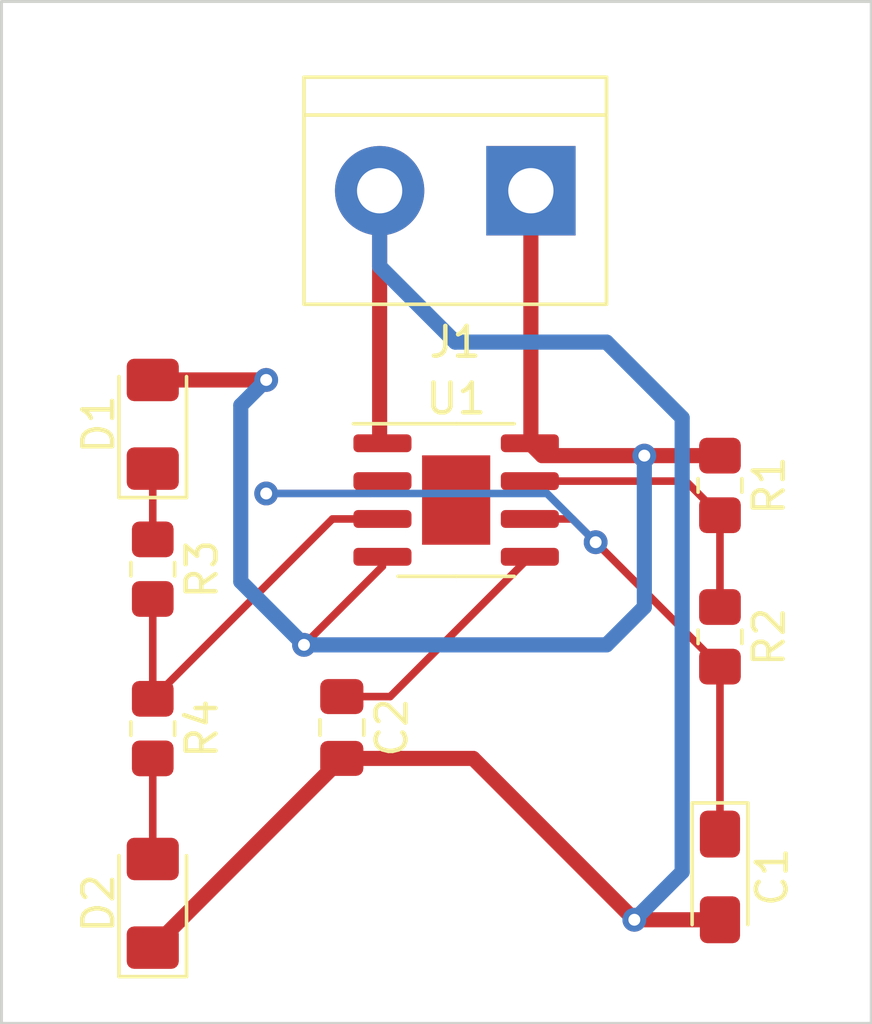
<source format=kicad_pcb>
(kicad_pcb (version 20211014) (generator pcbnew)
  (layers (0 "F.Cu" signal) (31 "B.Cu" signal) (34 "B.Paste" user) (35 "F.Paste" user) (36 "B.SilkS" user "B.Silkscreen") (37 "F.SilkS" user "F.Silkscreen") (38 "B.Mask" user) (39 "F.Mask" user) (44 "Edge.Cuts" user))
  (net 0 "")
  (net 1 "/pin_2")
  (net 2 "GND")
  (net 3 "Net-(C2-Pad1)")
  (net 4 "Net-(D1-Pad1)")
  (net 5 "+9V")
  (net 6 "Net-(D2-Pad2)")
  (net 7 "Net-(R1-Pad2)")
  (net 8 "/pin_3")
  (footprint "Resistor_SMD:R_0805_2012Metric_Pad1.20x1.40mm_HandSolder" (layer "F.Cu") (at 163.83 91.17 -90)
    (fp_text reference "R1" (at 0 -1.65 90) (layer "F.SilkS"))
    (fp_text value "1k")
    (fp_line (start -0.227064 0.735) (end 0.227064 0.735) (layer "F.SilkS") (width 0.12))
    (fp_line (start -0.227064 -0.735) (end 0.227064 -0.735) (layer "F.SilkS") (width 0.12))
    (pad "1" smd roundrect (at -1 0 270) (size 1.2 1.4) (layers "F.Cu" "F.Paste" "F.Mask") (roundrect_rratio 0.2083333333) (net 5 "+9V"))
    (pad "2" smd roundrect (at 1 0 270) (size 1.2 1.4) (layers "F.Cu" "F.Paste" "F.Mask") (roundrect_rratio 0.2083333333) (net 7 "Net-(R1-Pad2)"))
  )
  (footprint "Resistor_SMD:R_0805_2012Metric_Pad1.20x1.40mm_HandSolder" (layer "F.Cu") (at 144.78 93.98 -90)
    (fp_text reference "R3" (at 0 -1.65 -270) (layer "F.SilkS"))
    (fp_text value "1k")
    (fp_line (start -0.227064 -0.735) (end 0.227064 -0.735) (layer "F.SilkS") (width 0.12))
    (fp_line (start -0.227064 0.735) (end 0.227064 0.735) (layer "F.SilkS") (width 0.12))
    (pad "1" smd roundrect (at -1 0 270) (size 1.2 1.4) (layers "F.Cu" "F.Paste" "F.Mask") (roundrect_rratio 0.2083333333) (net 4 "Net-(D1-Pad1)"))
    (pad "2" smd roundrect (at 1 0 270) (size 1.2 1.4) (layers "F.Cu" "F.Paste" "F.Mask") (roundrect_rratio 0.2083333333) (net 8 "/pin_3"))
  )
  (footprint "TerminalBlock:TerminalBlock_bornier-2_P5.08mm" (layer "F.Cu") (at 157.48 81.28 180)
    (fp_text reference "J1" (at 2.54 -5.08) (layer "F.SilkS"))
    (fp_text value "+9V")
    (fp_line (start -2.54 3.81) (end 7.62 3.81) (layer "F.SilkS") (width 0.12))
    (fp_line (start 7.62 3.81) (end 7.62 -3.81) (layer "F.SilkS") (width 0.12))
    (fp_line (start 7.62 -3.81) (end -2.54 -3.81) (layer "F.SilkS") (width 0.12))
    (fp_line (start 7.62 2.54) (end -2.54 2.54) (layer "F.SilkS") (width 0.12))
    (fp_line (start -2.54 -3.81) (end -2.54 3.81) (layer "F.SilkS") (width 0.12))
    (pad "1" thru_hole rect (at 0 0 180) (size 3 3) (drill 1.52) (layers *.Cu *.Mask) (net 5 "+9V"))
    (pad "2" thru_hole circle (at 5.08 0 180) (size 3 3) (drill 1.52) (layers *.Cu *.Mask) (net 2 "GND"))
  )
  (footprint "Package_SO:SOIC-8-1EP_3.9x4.9mm_P1.27mm_EP2.29x3mm" (layer "F.Cu") (at 154.97 91.66)
    (fp_text reference "U1" (at 0 -3.4) (layer "F.SilkS"))
    (fp_text value "NE555D")
    (fp_line (start 0 2.56) (end -1.95 2.56) (layer "F.SilkS") (width 0.12))
    (fp_line (start 0 -2.56) (end 1.95 -2.56) (layer "F.SilkS") (width 0.12))
    (fp_line (start 0 -2.56) (end -3.45 -2.56) (layer "F.SilkS") (width 0.12))
    (fp_line (start 0 2.56) (end 1.95 2.56) (layer "F.SilkS") (width 0.12))
    (pad "1" smd roundrect (at -2.475 -1.905) (size 1.95 0.6) (layers "F.Cu" "F.Paste" "F.Mask") (net 2 "GND"))
    (pad "2" smd roundrect (at -2.475 -0.635) (size 1.95 0.6) (layers "F.Cu" "F.Paste" "F.Mask") (net 1 "/pin_2"))
    (pad "3" smd roundrect (at -2.475 0.635) (size 1.95 0.6) (layers "F.Cu" "F.Paste" "F.Mask") (net 8 "/pin_3"))
    (pad "4" smd roundrect (at -2.475 1.905) (size 1.95 0.6) (layers "F.Cu" "F.Paste" "F.Mask") (net 5 "+9V"))
    (pad "5" smd roundrect (at 2.475 1.905) (size 1.95 0.6) (layers "F.Cu" "F.Paste" "F.Mask") (net 3 "Net-(C2-Pad1)"))
    (pad "6" smd roundrect (at 2.475 0.635) (size 1.95 0.6) (layers "F.Cu" "F.Paste" "F.Mask") (net 1 "/pin_2"))
    (pad "7" smd roundrect (at 2.475 -0.635) (size 1.95 0.6) (layers "F.Cu" "F.Paste" "F.Mask") (net 7 "Net-(R1-Pad2)"))
    (pad "8" smd roundrect (at 2.475 -1.905) (size 1.95 0.6) (layers "F.Cu" "F.Paste" "F.Mask") (net 5 "+9V"))
    (pad "9" smd rect (at 0 0) (size 2.29 3) (layers "F.Cu" "F.Mask"))
  )
  (footprint "LED_SMD:LED_1206_3216Metric_Pad1.42x1.75mm_HandSolder" (layer "F.Cu") (at 144.78 89.1175 90)
    (fp_text reference "D1" (at 0 -1.82 90) (layer "F.SilkS"))
    (fp_text value "LED")
    (fp_line (start 1.6 -1.135) (end -2.46 -1.135) (layer "F.SilkS") (width 0.12))
    (fp_line (start -2.46 -1.135) (end -2.46 1.135) (layer "F.SilkS") (width 0.12))
    (fp_line (start -2.46 1.135) (end 1.6 1.135) (layer "F.SilkS") (width 0.12))
    (pad "1" smd roundrect (at -1.4875 0 90) (size 1.425 1.75) (layers "F.Cu" "F.Paste" "F.Mask") (roundrect_rratio 0.1754392982) (net 4 "Net-(D1-Pad1)"))
    (pad "2" smd roundrect (at 1.4875 0 90) (size 1.425 1.75) (layers "F.Cu" "F.Paste" "F.Mask") (roundrect_rratio 0.1754392982) (net 5 "+9V"))
  )
  (footprint "Resistor_SMD:R_0805_2012Metric_Pad1.20x1.40mm_HandSolder" (layer "F.Cu") (at 163.83 96.25 -90)
    (fp_text reference "R2" (at 0 -1.65 90) (layer "F.SilkS"))
    (fp_text value "10k")
    (fp_line (start -0.227064 0.735) (end 0.227064 0.735) (layer "F.SilkS") (width 0.12))
    (fp_line (start -0.227064 -0.735) (end 0.227064 -0.735) (layer "F.SilkS") (width 0.12))
    (pad "1" smd roundrect (at -1 0 270) (size 1.2 1.4) (layers "F.Cu" "F.Paste" "F.Mask") (roundrect_rratio 0.2083333333) (net 7 "Net-(R1-Pad2)"))
    (pad "2" smd roundrect (at 1 0 270) (size 1.2 1.4) (layers "F.Cu" "F.Paste" "F.Mask") (roundrect_rratio 0.2083333333) (net 1 "/pin_2"))
  )
  (footprint "Capacitor_Tantalum_SMD:CP_EIA-3216-18_Kemet-A_Pad1.58x1.35mm_HandSolder" (layer "F.Cu") (at 163.83 104.3075 -90)
    (fp_text reference "C1" (at 0 -1.75 90) (layer "F.SilkS"))
    (fp_text value "10uF")
    (fp_line (start -2.485 -0.935) (end -2.485 0.935) (layer "F.SilkS") (width 0.12))
    (fp_line (start 1.6 -0.935) (end -2.485 -0.935) (layer "F.SilkS") (width 0.12))
    (fp_line (start -2.485 0.935) (end 1.6 0.935) (layer "F.SilkS") (width 0.12))
    (pad "1" smd roundrect (at -1.4375 0 270) (size 1.575 1.35) (layers "F.Cu" "F.Paste" "F.Mask") (roundrect_rratio 0.1851851852) (net 1 "/pin_2"))
    (pad "2" smd roundrect (at 1.4375 0 270) (size 1.575 1.35) (layers "F.Cu" "F.Paste" "F.Mask") (roundrect_rratio 0.1851851852) (net 2 "GND"))
  )
  (footprint "LED_SMD:LED_1206_3216Metric_Pad1.42x1.75mm_HandSolder" (layer "F.Cu") (at 144.78 105.1925 90)
    (fp_text reference "D2" (at 0 -1.82 90) (layer "F.SilkS"))
    (fp_text value "LED")
    (fp_line (start -2.46 1.135) (end 1.6 1.135) (layer "F.SilkS") (width 0.12))
    (fp_line (start 1.6 -1.135) (end -2.46 -1.135) (layer "F.SilkS") (width 0.12))
    (fp_line (start -2.46 -1.135) (end -2.46 1.135) (layer "F.SilkS") (width 0.12))
    (pad "1" smd roundrect (at -1.4875 0 90) (size 1.425 1.75) (layers "F.Cu" "F.Paste" "F.Mask") (roundrect_rratio 0.1754392982) (net 2 "GND"))
    (pad "2" smd roundrect (at 1.4875 0 90) (size 1.425 1.75) (layers "F.Cu" "F.Paste" "F.Mask") (roundrect_rratio 0.1754392982) (net 6 "Net-(D2-Pad2)"))
  )
  (footprint "Resistor_SMD:R_0805_2012Metric_Pad1.20x1.40mm_HandSolder" (layer "F.Cu") (at 144.78 99.33 -90)
    (fp_text reference "R4" (at 0 -1.65 90) (layer "F.SilkS"))
    (fp_text value "1k")
    (fp_line (start -0.227064 -0.735) (end 0.227064 -0.735) (layer "F.SilkS") (width 0.12))
    (fp_line (start -0.227064 0.735) (end 0.227064 0.735) (layer "F.SilkS") (width 0.12))
    (pad "1" smd roundrect (at -1 0 270) (size 1.2 1.4) (layers "F.Cu" "F.Paste" "F.Mask") (roundrect_rratio 0.2083333333) (net 8 "/pin_3"))
    (pad "2" smd roundrect (at 1 0 270) (size 1.2 1.4) (layers "F.Cu" "F.Paste" "F.Mask") (roundrect_rratio 0.2083333333) (net 6 "Net-(D2-Pad2)"))
  )
  (footprint "Capacitor_SMD:C_0805_2012Metric_Pad1.18x1.45mm_HandSolder" (layer "F.Cu") (at 151.13 99.2925 -90)
    (fp_text reference "C2" (at 0 -1.68 90) (layer "F.SilkS"))
    (fp_text value "0.01 uF")
    (fp_line (start -0.261252 -0.735) (end 0.261252 -0.735) (layer "F.SilkS") (width 0.12))
    (fp_line (start -0.261252 0.735) (end 0.261252 0.735) (layer "F.SilkS") (width 0.12))
    (pad "1" smd roundrect (at -1.0375 0 270) (size 1.175 1.45) (layers "F.Cu" "F.Paste" "F.Mask") (roundrect_rratio 0.2127659574) (net 3 "Net-(C2-Pad1)"))
    (pad "2" smd roundrect (at 1.0375 0 270) (size 1.175 1.45) (layers "F.Cu" "F.Paste" "F.Mask") (roundrect_rratio 0.2127659574) (net 2 "GND"))
  )
  (gr_rect (start 139.7 74.93) (end 168.91 109.22) (layer "Edge.Cuts") (width 0.1) (fill none))
  (segment (start 152.08 91.44) (end 152.495 91.025) (width 0.254) (layer "F.Cu") (net 1))
  (segment (start 148.59 91.44) (end 152.08 91.44) (width 0.254) (layer "F.Cu") (net 1))
  (segment (start 158.875 92.295) (end 157.445 92.295) (width 0.254) (layer "F.Cu") (net 1))
  (segment (start 160.925 94.345) (end 159.655 93.075) (width 0.254) (layer "F.Cu") (net 1))
  (segment (start 163.83 97.25) (end 163.83 102.87) (width 0.254) (layer "F.Cu") (net 1))
  (segment (start 163.83 97.25) (end 160.925 94.345) (width 0.254) (layer "F.Cu") (net 1))
  (segment (start 159.655 93.075) (end 158.875 92.295) (width 0.254) (layer "F.Cu") (net 1))
  (via (at 148.59 91.44) (size 0.8) (drill 0.4) (layers "F.Cu" "B.Cu") (net 1))
  (via (at 159.655 93.075) (size 0.8) (drill 0.4) (layers "F.Cu" "B.Cu") (net 1))
  (segment (start 159.655 93.075) (end 158.02 91.44) (width 0.254) (layer "B.Cu") (net 1))
  (segment (start 158.02 91.44) (end 148.59 91.44) (width 0.254) (layer "B.Cu") (net 1))
  (segment (start 151.13 100.33) (end 155.54 100.33) (width 0.508) (layer "F.Cu") (net 2))
  (segment (start 151.13 100.33) (end 144.78 106.68) (width 0.508) (layer "F.Cu") (net 2))
  (segment (start 155.54 100.33) (end 160.955 105.745) (width 0.508) (layer "F.Cu") (net 2))
  (segment (start 152.4 89.66) (end 152.4 81.28) (width 0.508) (layer "F.Cu") (net 2))
  (segment (start 152.495 89.755) (end 152.4 89.66) (width 0.508) (layer "F.Cu") (net 2))
  (segment (start 163.83 105.745) (end 160.955 105.745) (width 0.508) (layer "F.Cu") (net 2))
  (via (at 160.955 105.745) (size 0.8) (drill 0.4) (layers "F.Cu" "B.Cu") (net 2))
  (segment (start 162.56 104.14) (end 160.955 105.745) (width 0.508) (layer "B.Cu") (net 2))
  (segment (start 152.4 81.28) (end 152.4 83.82) (width 0.508) (layer "B.Cu") (net 2))
  (segment (start 152.4 83.82) (end 154.94 86.36) (width 0.508) (layer "B.Cu") (net 2))
  (segment (start 154.94 86.36) (end 160.02 86.36) (width 0.508) (layer "B.Cu") (net 2))
  (segment (start 160.02 86.36) (end 162.56 88.9) (width 0.508) (layer "B.Cu") (net 2))
  (segment (start 162.56 88.9) (end 162.56 104.14) (width 0.508) (layer "B.Cu") (net 2))
  (segment (start 151.13 98.255) (end 152.755 98.255) (width 0.254) (layer "F.Cu") (net 3))
  (segment (start 152.755 98.255) (end 157.445 93.565) (width 0.254) (layer "F.Cu") (net 3))
  (segment (start 144.78 92.98) (end 144.78 90.605) (width 0.254) (layer "F.Cu") (net 4))
  (segment (start 161.29 90.17) (end 157.86 90.17) (width 0.508) (layer "F.Cu") (net 5))
  (segment (start 152.495 93.565) (end 152.495 93.885) (width 0.254) (layer "F.Cu") (net 5))
  (segment (start 148.59 87.63) (end 144.78 87.63) (width 0.508) (layer "F.Cu") (net 5))
  (segment (start 161.29 90.17) (end 163.83 90.17) (width 0.508) (layer "F.Cu") (net 5))
  (segment (start 157.48 81.28) (end 157.48 89.72) (width 0.508) (layer "F.Cu") (net 5))
  (segment (start 157.48 89.72) (end 157.445 89.755) (width 0.508) (layer "F.Cu") (net 5))
  (segment (start 157.86 90.17) (end 157.445 89.755) (width 0.508) (layer "F.Cu") (net 5))
  (segment (start 152.495 93.885) (end 149.86 96.52) (width 0.254) (layer "F.Cu") (net 5))
  (via (at 161.29 90.17) (size 0.8) (drill 0.4) (layers "F.Cu" "B.Cu") (net 5))
  (via (at 149.86 96.52) (size 0.8) (drill 0.4) (layers "F.Cu" "B.Cu") (net 5))
  (via (at 148.59 87.63) (size 0.8) (drill 0.4) (layers "F.Cu" "B.Cu") (net 5))
  (segment (start 148.59 87.63) (end 147.736 88.484) (width 0.508) (layer "B.Cu") (net 5))
  (segment (start 147.736 88.484) (end 147.736 94.396) (width 0.508) (layer "B.Cu") (net 5))
  (segment (start 147.736 94.396) (end 149.86 96.52) (width 0.508) (layer "B.Cu") (net 5))
  (segment (start 161.29 90.17) (end 161.29 95.25) (width 0.508) (layer "B.Cu") (net 5))
  (segment (start 160.02 96.52) (end 149.86 96.52) (width 0.508) (layer "B.Cu") (net 5))
  (segment (start 161.29 95.25) (end 160.02 96.52) (width 0.508) (layer "B.Cu") (net 5))
  (segment (start 144.78 100.33) (end 144.78 103.705) (width 0.254) (layer "F.Cu") (net 6))
  (segment (start 162.685 91.025) (end 163.83 92.17) (width 0.254) (layer "F.Cu") (net 7))
  (segment (start 157.445 91.025) (end 162.685 91.025) (width 0.254) (layer "F.Cu") (net 7))
  (segment (start 163.83 92.17) (end 163.83 95.25) (width 0.254) (layer "F.Cu") (net 7))
  (segment (start 144.78 98.33) (end 148.86 94.25) (width 0.254) (layer "F.Cu") (net 8))
  (segment (start 148.86 94.25) (end 150.815 92.295) (width 0.254) (layer "F.Cu") (net 8))
  (segment (start 144.78 98.33) (end 144.78 94.98) (width 0.254) (layer "F.Cu") (net 8))
  (segment (start 150.815 92.295) (end 152.495 92.295) (width 0.254) (layer "F.Cu") (net 8))
)
</source>
